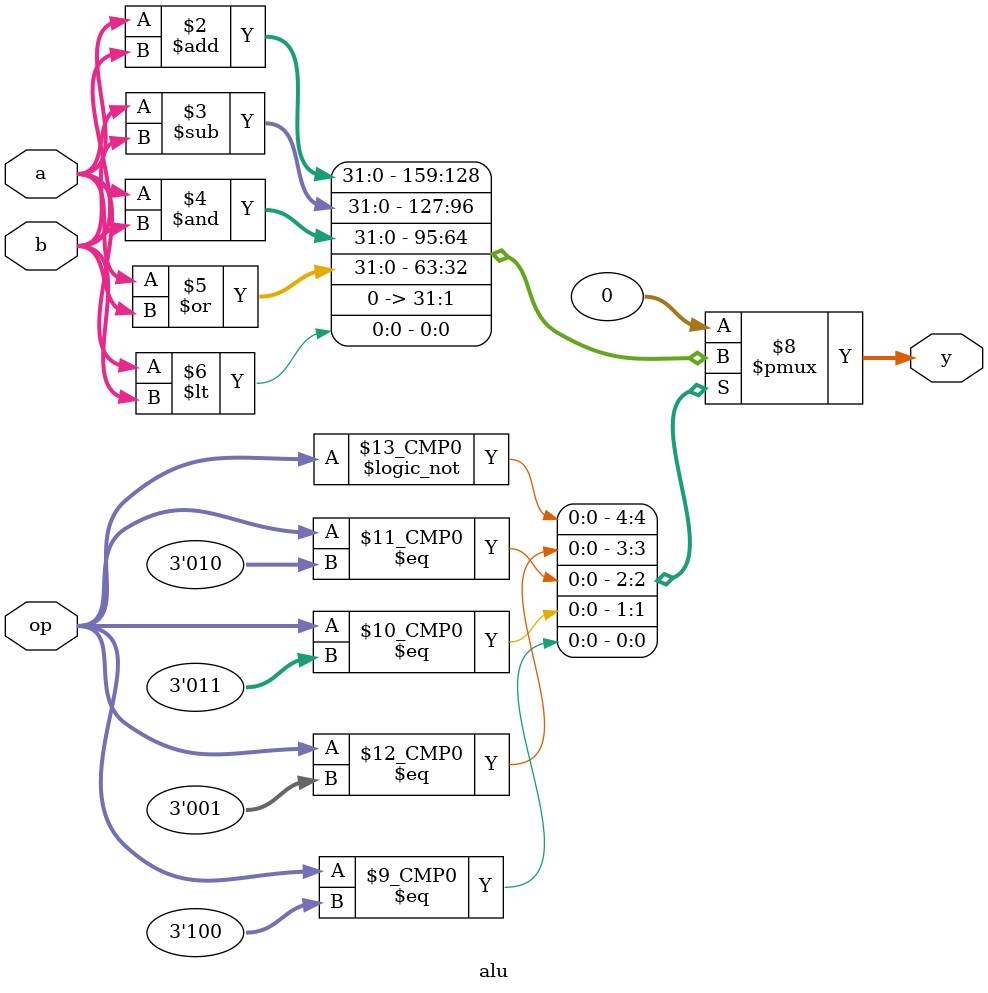
<source format=sv>
typedef enum logic [2:0] {
  ADD,
  SUB,
  AND,
  OR,
  SLT
} alu_op_e  /* verilator public */;

module alu #(
    parameter unsigned WIDTH = 32
) (
    input logic [WIDTH-1:0] a,
    input logic [WIDTH-1:0] b,
    input alu_op_e op,
    output logic [WIDTH-1:0] y
);

  always_comb begin
    case (op)
      ADD: y = a + b;
      SUB: y = a - b;
      AND: y = a & b;
      OR: y = a | b;
      SLT: y = {{(WIDTH - 1) {'0}}, a < b};
      default: y = '0;
    endcase
  end

endmodule


</source>
